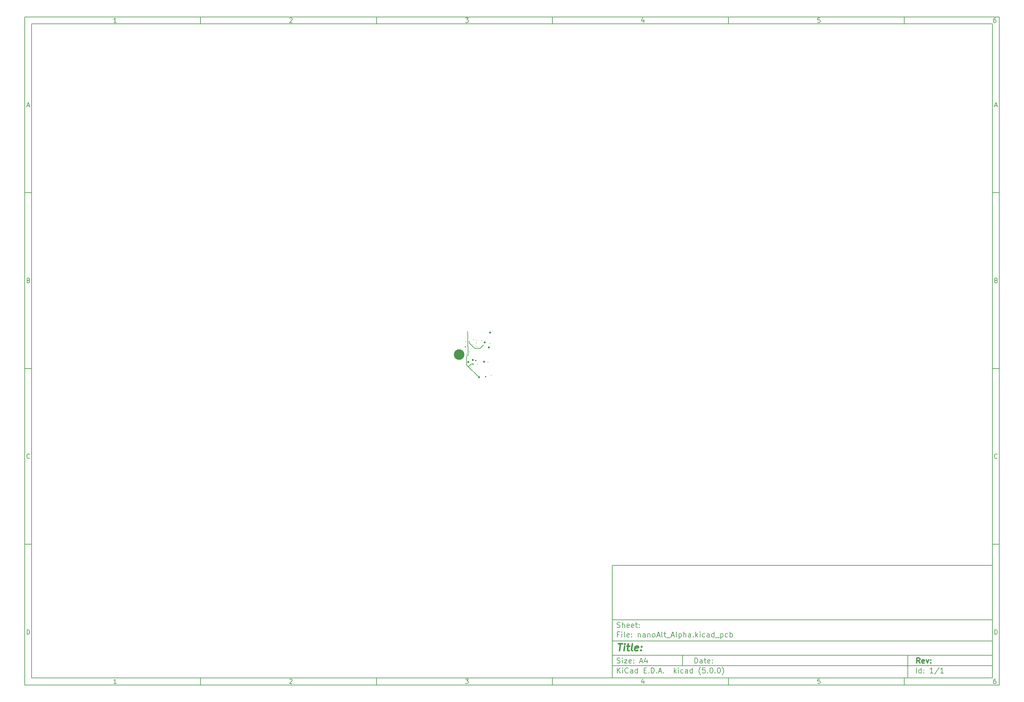
<source format=gbr>
G04 #@! TF.GenerationSoftware,KiCad,Pcbnew,(5.0.0)*
G04 #@! TF.CreationDate,2018-07-29T19:07:46+01:00*
G04 #@! TF.ProjectId,nanoAlt_Alpha,6E616E6F416C745F416C7068612E6B69,rev?*
G04 #@! TF.SameCoordinates,Original*
G04 #@! TF.FileFunction,Copper,L3,Inr,Signal*
G04 #@! TF.FilePolarity,Positive*
%FSLAX46Y46*%
G04 Gerber Fmt 4.6, Leading zero omitted, Abs format (unit mm)*
G04 Created by KiCad (PCBNEW (5.0.0)) date 07/29/18 19:07:46*
%MOMM*%
%LPD*%
G01*
G04 APERTURE LIST*
%ADD10C,0.100000*%
%ADD11C,0.150000*%
%ADD12C,0.300000*%
%ADD13C,0.400000*%
G04 #@! TA.AperFunction,ViaPad*
%ADD14C,0.600000*%
G04 #@! TD*
G04 #@! TA.AperFunction,ViaPad*
%ADD15C,3.000000*%
G04 #@! TD*
G04 #@! TA.AperFunction,ViaPad*
%ADD16C,0.330200*%
G04 #@! TD*
G04 #@! TA.AperFunction,ViaPad*
%ADD17C,0.400000*%
G04 #@! TD*
G04 #@! TA.AperFunction,ViaPad*
%ADD18C,0.355600*%
G04 #@! TD*
G04 #@! TA.AperFunction,Conductor*
%ADD19C,0.127000*%
G04 #@! TD*
G04 APERTURE END LIST*
D10*
D11*
X177002200Y-166007200D02*
X177002200Y-198007200D01*
X285002200Y-198007200D01*
X285002200Y-166007200D01*
X177002200Y-166007200D01*
D10*
D11*
X10000000Y-10000000D02*
X10000000Y-200007200D01*
X287002200Y-200007200D01*
X287002200Y-10000000D01*
X10000000Y-10000000D01*
D10*
D11*
X12000000Y-12000000D02*
X12000000Y-198007200D01*
X285002200Y-198007200D01*
X285002200Y-12000000D01*
X12000000Y-12000000D01*
D10*
D11*
X60000000Y-12000000D02*
X60000000Y-10000000D01*
D10*
D11*
X110000000Y-12000000D02*
X110000000Y-10000000D01*
D10*
D11*
X160000000Y-12000000D02*
X160000000Y-10000000D01*
D10*
D11*
X210000000Y-12000000D02*
X210000000Y-10000000D01*
D10*
D11*
X260000000Y-12000000D02*
X260000000Y-10000000D01*
D10*
D11*
X36065476Y-11588095D02*
X35322619Y-11588095D01*
X35694047Y-11588095D02*
X35694047Y-10288095D01*
X35570238Y-10473809D01*
X35446428Y-10597619D01*
X35322619Y-10659523D01*
D10*
D11*
X85322619Y-10411904D02*
X85384523Y-10350000D01*
X85508333Y-10288095D01*
X85817857Y-10288095D01*
X85941666Y-10350000D01*
X86003571Y-10411904D01*
X86065476Y-10535714D01*
X86065476Y-10659523D01*
X86003571Y-10845238D01*
X85260714Y-11588095D01*
X86065476Y-11588095D01*
D10*
D11*
X135260714Y-10288095D02*
X136065476Y-10288095D01*
X135632142Y-10783333D01*
X135817857Y-10783333D01*
X135941666Y-10845238D01*
X136003571Y-10907142D01*
X136065476Y-11030952D01*
X136065476Y-11340476D01*
X136003571Y-11464285D01*
X135941666Y-11526190D01*
X135817857Y-11588095D01*
X135446428Y-11588095D01*
X135322619Y-11526190D01*
X135260714Y-11464285D01*
D10*
D11*
X185941666Y-10721428D02*
X185941666Y-11588095D01*
X185632142Y-10226190D02*
X185322619Y-11154761D01*
X186127380Y-11154761D01*
D10*
D11*
X236003571Y-10288095D02*
X235384523Y-10288095D01*
X235322619Y-10907142D01*
X235384523Y-10845238D01*
X235508333Y-10783333D01*
X235817857Y-10783333D01*
X235941666Y-10845238D01*
X236003571Y-10907142D01*
X236065476Y-11030952D01*
X236065476Y-11340476D01*
X236003571Y-11464285D01*
X235941666Y-11526190D01*
X235817857Y-11588095D01*
X235508333Y-11588095D01*
X235384523Y-11526190D01*
X235322619Y-11464285D01*
D10*
D11*
X285941666Y-10288095D02*
X285694047Y-10288095D01*
X285570238Y-10350000D01*
X285508333Y-10411904D01*
X285384523Y-10597619D01*
X285322619Y-10845238D01*
X285322619Y-11340476D01*
X285384523Y-11464285D01*
X285446428Y-11526190D01*
X285570238Y-11588095D01*
X285817857Y-11588095D01*
X285941666Y-11526190D01*
X286003571Y-11464285D01*
X286065476Y-11340476D01*
X286065476Y-11030952D01*
X286003571Y-10907142D01*
X285941666Y-10845238D01*
X285817857Y-10783333D01*
X285570238Y-10783333D01*
X285446428Y-10845238D01*
X285384523Y-10907142D01*
X285322619Y-11030952D01*
D10*
D11*
X60000000Y-198007200D02*
X60000000Y-200007200D01*
D10*
D11*
X110000000Y-198007200D02*
X110000000Y-200007200D01*
D10*
D11*
X160000000Y-198007200D02*
X160000000Y-200007200D01*
D10*
D11*
X210000000Y-198007200D02*
X210000000Y-200007200D01*
D10*
D11*
X260000000Y-198007200D02*
X260000000Y-200007200D01*
D10*
D11*
X36065476Y-199595295D02*
X35322619Y-199595295D01*
X35694047Y-199595295D02*
X35694047Y-198295295D01*
X35570238Y-198481009D01*
X35446428Y-198604819D01*
X35322619Y-198666723D01*
D10*
D11*
X85322619Y-198419104D02*
X85384523Y-198357200D01*
X85508333Y-198295295D01*
X85817857Y-198295295D01*
X85941666Y-198357200D01*
X86003571Y-198419104D01*
X86065476Y-198542914D01*
X86065476Y-198666723D01*
X86003571Y-198852438D01*
X85260714Y-199595295D01*
X86065476Y-199595295D01*
D10*
D11*
X135260714Y-198295295D02*
X136065476Y-198295295D01*
X135632142Y-198790533D01*
X135817857Y-198790533D01*
X135941666Y-198852438D01*
X136003571Y-198914342D01*
X136065476Y-199038152D01*
X136065476Y-199347676D01*
X136003571Y-199471485D01*
X135941666Y-199533390D01*
X135817857Y-199595295D01*
X135446428Y-199595295D01*
X135322619Y-199533390D01*
X135260714Y-199471485D01*
D10*
D11*
X185941666Y-198728628D02*
X185941666Y-199595295D01*
X185632142Y-198233390D02*
X185322619Y-199161961D01*
X186127380Y-199161961D01*
D10*
D11*
X236003571Y-198295295D02*
X235384523Y-198295295D01*
X235322619Y-198914342D01*
X235384523Y-198852438D01*
X235508333Y-198790533D01*
X235817857Y-198790533D01*
X235941666Y-198852438D01*
X236003571Y-198914342D01*
X236065476Y-199038152D01*
X236065476Y-199347676D01*
X236003571Y-199471485D01*
X235941666Y-199533390D01*
X235817857Y-199595295D01*
X235508333Y-199595295D01*
X235384523Y-199533390D01*
X235322619Y-199471485D01*
D10*
D11*
X285941666Y-198295295D02*
X285694047Y-198295295D01*
X285570238Y-198357200D01*
X285508333Y-198419104D01*
X285384523Y-198604819D01*
X285322619Y-198852438D01*
X285322619Y-199347676D01*
X285384523Y-199471485D01*
X285446428Y-199533390D01*
X285570238Y-199595295D01*
X285817857Y-199595295D01*
X285941666Y-199533390D01*
X286003571Y-199471485D01*
X286065476Y-199347676D01*
X286065476Y-199038152D01*
X286003571Y-198914342D01*
X285941666Y-198852438D01*
X285817857Y-198790533D01*
X285570238Y-198790533D01*
X285446428Y-198852438D01*
X285384523Y-198914342D01*
X285322619Y-199038152D01*
D10*
D11*
X10000000Y-60000000D02*
X12000000Y-60000000D01*
D10*
D11*
X10000000Y-110000000D02*
X12000000Y-110000000D01*
D10*
D11*
X10000000Y-160000000D02*
X12000000Y-160000000D01*
D10*
D11*
X10690476Y-35216666D02*
X11309523Y-35216666D01*
X10566666Y-35588095D02*
X11000000Y-34288095D01*
X11433333Y-35588095D01*
D10*
D11*
X11092857Y-84907142D02*
X11278571Y-84969047D01*
X11340476Y-85030952D01*
X11402380Y-85154761D01*
X11402380Y-85340476D01*
X11340476Y-85464285D01*
X11278571Y-85526190D01*
X11154761Y-85588095D01*
X10659523Y-85588095D01*
X10659523Y-84288095D01*
X11092857Y-84288095D01*
X11216666Y-84350000D01*
X11278571Y-84411904D01*
X11340476Y-84535714D01*
X11340476Y-84659523D01*
X11278571Y-84783333D01*
X11216666Y-84845238D01*
X11092857Y-84907142D01*
X10659523Y-84907142D01*
D10*
D11*
X11402380Y-135464285D02*
X11340476Y-135526190D01*
X11154761Y-135588095D01*
X11030952Y-135588095D01*
X10845238Y-135526190D01*
X10721428Y-135402380D01*
X10659523Y-135278571D01*
X10597619Y-135030952D01*
X10597619Y-134845238D01*
X10659523Y-134597619D01*
X10721428Y-134473809D01*
X10845238Y-134350000D01*
X11030952Y-134288095D01*
X11154761Y-134288095D01*
X11340476Y-134350000D01*
X11402380Y-134411904D01*
D10*
D11*
X10659523Y-185588095D02*
X10659523Y-184288095D01*
X10969047Y-184288095D01*
X11154761Y-184350000D01*
X11278571Y-184473809D01*
X11340476Y-184597619D01*
X11402380Y-184845238D01*
X11402380Y-185030952D01*
X11340476Y-185278571D01*
X11278571Y-185402380D01*
X11154761Y-185526190D01*
X10969047Y-185588095D01*
X10659523Y-185588095D01*
D10*
D11*
X287002200Y-60000000D02*
X285002200Y-60000000D01*
D10*
D11*
X287002200Y-110000000D02*
X285002200Y-110000000D01*
D10*
D11*
X287002200Y-160000000D02*
X285002200Y-160000000D01*
D10*
D11*
X285692676Y-35216666D02*
X286311723Y-35216666D01*
X285568866Y-35588095D02*
X286002200Y-34288095D01*
X286435533Y-35588095D01*
D10*
D11*
X286095057Y-84907142D02*
X286280771Y-84969047D01*
X286342676Y-85030952D01*
X286404580Y-85154761D01*
X286404580Y-85340476D01*
X286342676Y-85464285D01*
X286280771Y-85526190D01*
X286156961Y-85588095D01*
X285661723Y-85588095D01*
X285661723Y-84288095D01*
X286095057Y-84288095D01*
X286218866Y-84350000D01*
X286280771Y-84411904D01*
X286342676Y-84535714D01*
X286342676Y-84659523D01*
X286280771Y-84783333D01*
X286218866Y-84845238D01*
X286095057Y-84907142D01*
X285661723Y-84907142D01*
D10*
D11*
X286404580Y-135464285D02*
X286342676Y-135526190D01*
X286156961Y-135588095D01*
X286033152Y-135588095D01*
X285847438Y-135526190D01*
X285723628Y-135402380D01*
X285661723Y-135278571D01*
X285599819Y-135030952D01*
X285599819Y-134845238D01*
X285661723Y-134597619D01*
X285723628Y-134473809D01*
X285847438Y-134350000D01*
X286033152Y-134288095D01*
X286156961Y-134288095D01*
X286342676Y-134350000D01*
X286404580Y-134411904D01*
D10*
D11*
X285661723Y-185588095D02*
X285661723Y-184288095D01*
X285971247Y-184288095D01*
X286156961Y-184350000D01*
X286280771Y-184473809D01*
X286342676Y-184597619D01*
X286404580Y-184845238D01*
X286404580Y-185030952D01*
X286342676Y-185278571D01*
X286280771Y-185402380D01*
X286156961Y-185526190D01*
X285971247Y-185588095D01*
X285661723Y-185588095D01*
D10*
D11*
X200434342Y-193785771D02*
X200434342Y-192285771D01*
X200791485Y-192285771D01*
X201005771Y-192357200D01*
X201148628Y-192500057D01*
X201220057Y-192642914D01*
X201291485Y-192928628D01*
X201291485Y-193142914D01*
X201220057Y-193428628D01*
X201148628Y-193571485D01*
X201005771Y-193714342D01*
X200791485Y-193785771D01*
X200434342Y-193785771D01*
X202577200Y-193785771D02*
X202577200Y-193000057D01*
X202505771Y-192857200D01*
X202362914Y-192785771D01*
X202077200Y-192785771D01*
X201934342Y-192857200D01*
X202577200Y-193714342D02*
X202434342Y-193785771D01*
X202077200Y-193785771D01*
X201934342Y-193714342D01*
X201862914Y-193571485D01*
X201862914Y-193428628D01*
X201934342Y-193285771D01*
X202077200Y-193214342D01*
X202434342Y-193214342D01*
X202577200Y-193142914D01*
X203077200Y-192785771D02*
X203648628Y-192785771D01*
X203291485Y-192285771D02*
X203291485Y-193571485D01*
X203362914Y-193714342D01*
X203505771Y-193785771D01*
X203648628Y-193785771D01*
X204720057Y-193714342D02*
X204577200Y-193785771D01*
X204291485Y-193785771D01*
X204148628Y-193714342D01*
X204077200Y-193571485D01*
X204077200Y-193000057D01*
X204148628Y-192857200D01*
X204291485Y-192785771D01*
X204577200Y-192785771D01*
X204720057Y-192857200D01*
X204791485Y-193000057D01*
X204791485Y-193142914D01*
X204077200Y-193285771D01*
X205434342Y-193642914D02*
X205505771Y-193714342D01*
X205434342Y-193785771D01*
X205362914Y-193714342D01*
X205434342Y-193642914D01*
X205434342Y-193785771D01*
X205434342Y-192857200D02*
X205505771Y-192928628D01*
X205434342Y-193000057D01*
X205362914Y-192928628D01*
X205434342Y-192857200D01*
X205434342Y-193000057D01*
D10*
D11*
X177002200Y-194507200D02*
X285002200Y-194507200D01*
D10*
D11*
X178434342Y-196585771D02*
X178434342Y-195085771D01*
X179291485Y-196585771D02*
X178648628Y-195728628D01*
X179291485Y-195085771D02*
X178434342Y-195942914D01*
X179934342Y-196585771D02*
X179934342Y-195585771D01*
X179934342Y-195085771D02*
X179862914Y-195157200D01*
X179934342Y-195228628D01*
X180005771Y-195157200D01*
X179934342Y-195085771D01*
X179934342Y-195228628D01*
X181505771Y-196442914D02*
X181434342Y-196514342D01*
X181220057Y-196585771D01*
X181077200Y-196585771D01*
X180862914Y-196514342D01*
X180720057Y-196371485D01*
X180648628Y-196228628D01*
X180577200Y-195942914D01*
X180577200Y-195728628D01*
X180648628Y-195442914D01*
X180720057Y-195300057D01*
X180862914Y-195157200D01*
X181077200Y-195085771D01*
X181220057Y-195085771D01*
X181434342Y-195157200D01*
X181505771Y-195228628D01*
X182791485Y-196585771D02*
X182791485Y-195800057D01*
X182720057Y-195657200D01*
X182577200Y-195585771D01*
X182291485Y-195585771D01*
X182148628Y-195657200D01*
X182791485Y-196514342D02*
X182648628Y-196585771D01*
X182291485Y-196585771D01*
X182148628Y-196514342D01*
X182077200Y-196371485D01*
X182077200Y-196228628D01*
X182148628Y-196085771D01*
X182291485Y-196014342D01*
X182648628Y-196014342D01*
X182791485Y-195942914D01*
X184148628Y-196585771D02*
X184148628Y-195085771D01*
X184148628Y-196514342D02*
X184005771Y-196585771D01*
X183720057Y-196585771D01*
X183577200Y-196514342D01*
X183505771Y-196442914D01*
X183434342Y-196300057D01*
X183434342Y-195871485D01*
X183505771Y-195728628D01*
X183577200Y-195657200D01*
X183720057Y-195585771D01*
X184005771Y-195585771D01*
X184148628Y-195657200D01*
X186005771Y-195800057D02*
X186505771Y-195800057D01*
X186720057Y-196585771D02*
X186005771Y-196585771D01*
X186005771Y-195085771D01*
X186720057Y-195085771D01*
X187362914Y-196442914D02*
X187434342Y-196514342D01*
X187362914Y-196585771D01*
X187291485Y-196514342D01*
X187362914Y-196442914D01*
X187362914Y-196585771D01*
X188077200Y-196585771D02*
X188077200Y-195085771D01*
X188434342Y-195085771D01*
X188648628Y-195157200D01*
X188791485Y-195300057D01*
X188862914Y-195442914D01*
X188934342Y-195728628D01*
X188934342Y-195942914D01*
X188862914Y-196228628D01*
X188791485Y-196371485D01*
X188648628Y-196514342D01*
X188434342Y-196585771D01*
X188077200Y-196585771D01*
X189577200Y-196442914D02*
X189648628Y-196514342D01*
X189577200Y-196585771D01*
X189505771Y-196514342D01*
X189577200Y-196442914D01*
X189577200Y-196585771D01*
X190220057Y-196157200D02*
X190934342Y-196157200D01*
X190077200Y-196585771D02*
X190577200Y-195085771D01*
X191077200Y-196585771D01*
X191577200Y-196442914D02*
X191648628Y-196514342D01*
X191577200Y-196585771D01*
X191505771Y-196514342D01*
X191577200Y-196442914D01*
X191577200Y-196585771D01*
X194577200Y-196585771D02*
X194577200Y-195085771D01*
X194720057Y-196014342D02*
X195148628Y-196585771D01*
X195148628Y-195585771D02*
X194577200Y-196157200D01*
X195791485Y-196585771D02*
X195791485Y-195585771D01*
X195791485Y-195085771D02*
X195720057Y-195157200D01*
X195791485Y-195228628D01*
X195862914Y-195157200D01*
X195791485Y-195085771D01*
X195791485Y-195228628D01*
X197148628Y-196514342D02*
X197005771Y-196585771D01*
X196720057Y-196585771D01*
X196577200Y-196514342D01*
X196505771Y-196442914D01*
X196434342Y-196300057D01*
X196434342Y-195871485D01*
X196505771Y-195728628D01*
X196577200Y-195657200D01*
X196720057Y-195585771D01*
X197005771Y-195585771D01*
X197148628Y-195657200D01*
X198434342Y-196585771D02*
X198434342Y-195800057D01*
X198362914Y-195657200D01*
X198220057Y-195585771D01*
X197934342Y-195585771D01*
X197791485Y-195657200D01*
X198434342Y-196514342D02*
X198291485Y-196585771D01*
X197934342Y-196585771D01*
X197791485Y-196514342D01*
X197720057Y-196371485D01*
X197720057Y-196228628D01*
X197791485Y-196085771D01*
X197934342Y-196014342D01*
X198291485Y-196014342D01*
X198434342Y-195942914D01*
X199791485Y-196585771D02*
X199791485Y-195085771D01*
X199791485Y-196514342D02*
X199648628Y-196585771D01*
X199362914Y-196585771D01*
X199220057Y-196514342D01*
X199148628Y-196442914D01*
X199077200Y-196300057D01*
X199077200Y-195871485D01*
X199148628Y-195728628D01*
X199220057Y-195657200D01*
X199362914Y-195585771D01*
X199648628Y-195585771D01*
X199791485Y-195657200D01*
X202077200Y-197157200D02*
X202005771Y-197085771D01*
X201862914Y-196871485D01*
X201791485Y-196728628D01*
X201720057Y-196514342D01*
X201648628Y-196157200D01*
X201648628Y-195871485D01*
X201720057Y-195514342D01*
X201791485Y-195300057D01*
X201862914Y-195157200D01*
X202005771Y-194942914D01*
X202077200Y-194871485D01*
X203362914Y-195085771D02*
X202648628Y-195085771D01*
X202577200Y-195800057D01*
X202648628Y-195728628D01*
X202791485Y-195657200D01*
X203148628Y-195657200D01*
X203291485Y-195728628D01*
X203362914Y-195800057D01*
X203434342Y-195942914D01*
X203434342Y-196300057D01*
X203362914Y-196442914D01*
X203291485Y-196514342D01*
X203148628Y-196585771D01*
X202791485Y-196585771D01*
X202648628Y-196514342D01*
X202577200Y-196442914D01*
X204077200Y-196442914D02*
X204148628Y-196514342D01*
X204077200Y-196585771D01*
X204005771Y-196514342D01*
X204077200Y-196442914D01*
X204077200Y-196585771D01*
X205077200Y-195085771D02*
X205220057Y-195085771D01*
X205362914Y-195157200D01*
X205434342Y-195228628D01*
X205505771Y-195371485D01*
X205577200Y-195657200D01*
X205577200Y-196014342D01*
X205505771Y-196300057D01*
X205434342Y-196442914D01*
X205362914Y-196514342D01*
X205220057Y-196585771D01*
X205077200Y-196585771D01*
X204934342Y-196514342D01*
X204862914Y-196442914D01*
X204791485Y-196300057D01*
X204720057Y-196014342D01*
X204720057Y-195657200D01*
X204791485Y-195371485D01*
X204862914Y-195228628D01*
X204934342Y-195157200D01*
X205077200Y-195085771D01*
X206220057Y-196442914D02*
X206291485Y-196514342D01*
X206220057Y-196585771D01*
X206148628Y-196514342D01*
X206220057Y-196442914D01*
X206220057Y-196585771D01*
X207220057Y-195085771D02*
X207362914Y-195085771D01*
X207505771Y-195157200D01*
X207577200Y-195228628D01*
X207648628Y-195371485D01*
X207720057Y-195657200D01*
X207720057Y-196014342D01*
X207648628Y-196300057D01*
X207577200Y-196442914D01*
X207505771Y-196514342D01*
X207362914Y-196585771D01*
X207220057Y-196585771D01*
X207077200Y-196514342D01*
X207005771Y-196442914D01*
X206934342Y-196300057D01*
X206862914Y-196014342D01*
X206862914Y-195657200D01*
X206934342Y-195371485D01*
X207005771Y-195228628D01*
X207077200Y-195157200D01*
X207220057Y-195085771D01*
X208220057Y-197157200D02*
X208291485Y-197085771D01*
X208434342Y-196871485D01*
X208505771Y-196728628D01*
X208577200Y-196514342D01*
X208648628Y-196157200D01*
X208648628Y-195871485D01*
X208577200Y-195514342D01*
X208505771Y-195300057D01*
X208434342Y-195157200D01*
X208291485Y-194942914D01*
X208220057Y-194871485D01*
D10*
D11*
X177002200Y-191507200D02*
X285002200Y-191507200D01*
D10*
D12*
X264411485Y-193785771D02*
X263911485Y-193071485D01*
X263554342Y-193785771D02*
X263554342Y-192285771D01*
X264125771Y-192285771D01*
X264268628Y-192357200D01*
X264340057Y-192428628D01*
X264411485Y-192571485D01*
X264411485Y-192785771D01*
X264340057Y-192928628D01*
X264268628Y-193000057D01*
X264125771Y-193071485D01*
X263554342Y-193071485D01*
X265625771Y-193714342D02*
X265482914Y-193785771D01*
X265197200Y-193785771D01*
X265054342Y-193714342D01*
X264982914Y-193571485D01*
X264982914Y-193000057D01*
X265054342Y-192857200D01*
X265197200Y-192785771D01*
X265482914Y-192785771D01*
X265625771Y-192857200D01*
X265697200Y-193000057D01*
X265697200Y-193142914D01*
X264982914Y-193285771D01*
X266197200Y-192785771D02*
X266554342Y-193785771D01*
X266911485Y-192785771D01*
X267482914Y-193642914D02*
X267554342Y-193714342D01*
X267482914Y-193785771D01*
X267411485Y-193714342D01*
X267482914Y-193642914D01*
X267482914Y-193785771D01*
X267482914Y-192857200D02*
X267554342Y-192928628D01*
X267482914Y-193000057D01*
X267411485Y-192928628D01*
X267482914Y-192857200D01*
X267482914Y-193000057D01*
D10*
D11*
X178362914Y-193714342D02*
X178577200Y-193785771D01*
X178934342Y-193785771D01*
X179077200Y-193714342D01*
X179148628Y-193642914D01*
X179220057Y-193500057D01*
X179220057Y-193357200D01*
X179148628Y-193214342D01*
X179077200Y-193142914D01*
X178934342Y-193071485D01*
X178648628Y-193000057D01*
X178505771Y-192928628D01*
X178434342Y-192857200D01*
X178362914Y-192714342D01*
X178362914Y-192571485D01*
X178434342Y-192428628D01*
X178505771Y-192357200D01*
X178648628Y-192285771D01*
X179005771Y-192285771D01*
X179220057Y-192357200D01*
X179862914Y-193785771D02*
X179862914Y-192785771D01*
X179862914Y-192285771D02*
X179791485Y-192357200D01*
X179862914Y-192428628D01*
X179934342Y-192357200D01*
X179862914Y-192285771D01*
X179862914Y-192428628D01*
X180434342Y-192785771D02*
X181220057Y-192785771D01*
X180434342Y-193785771D01*
X181220057Y-193785771D01*
X182362914Y-193714342D02*
X182220057Y-193785771D01*
X181934342Y-193785771D01*
X181791485Y-193714342D01*
X181720057Y-193571485D01*
X181720057Y-193000057D01*
X181791485Y-192857200D01*
X181934342Y-192785771D01*
X182220057Y-192785771D01*
X182362914Y-192857200D01*
X182434342Y-193000057D01*
X182434342Y-193142914D01*
X181720057Y-193285771D01*
X183077200Y-193642914D02*
X183148628Y-193714342D01*
X183077200Y-193785771D01*
X183005771Y-193714342D01*
X183077200Y-193642914D01*
X183077200Y-193785771D01*
X183077200Y-192857200D02*
X183148628Y-192928628D01*
X183077200Y-193000057D01*
X183005771Y-192928628D01*
X183077200Y-192857200D01*
X183077200Y-193000057D01*
X184862914Y-193357200D02*
X185577200Y-193357200D01*
X184720057Y-193785771D02*
X185220057Y-192285771D01*
X185720057Y-193785771D01*
X186862914Y-192785771D02*
X186862914Y-193785771D01*
X186505771Y-192214342D02*
X186148628Y-193285771D01*
X187077200Y-193285771D01*
D10*
D11*
X263434342Y-196585771D02*
X263434342Y-195085771D01*
X264791485Y-196585771D02*
X264791485Y-195085771D01*
X264791485Y-196514342D02*
X264648628Y-196585771D01*
X264362914Y-196585771D01*
X264220057Y-196514342D01*
X264148628Y-196442914D01*
X264077200Y-196300057D01*
X264077200Y-195871485D01*
X264148628Y-195728628D01*
X264220057Y-195657200D01*
X264362914Y-195585771D01*
X264648628Y-195585771D01*
X264791485Y-195657200D01*
X265505771Y-196442914D02*
X265577200Y-196514342D01*
X265505771Y-196585771D01*
X265434342Y-196514342D01*
X265505771Y-196442914D01*
X265505771Y-196585771D01*
X265505771Y-195657200D02*
X265577200Y-195728628D01*
X265505771Y-195800057D01*
X265434342Y-195728628D01*
X265505771Y-195657200D01*
X265505771Y-195800057D01*
X268148628Y-196585771D02*
X267291485Y-196585771D01*
X267720057Y-196585771D02*
X267720057Y-195085771D01*
X267577200Y-195300057D01*
X267434342Y-195442914D01*
X267291485Y-195514342D01*
X269862914Y-195014342D02*
X268577200Y-196942914D01*
X271148628Y-196585771D02*
X270291485Y-196585771D01*
X270720057Y-196585771D02*
X270720057Y-195085771D01*
X270577200Y-195300057D01*
X270434342Y-195442914D01*
X270291485Y-195514342D01*
D10*
D11*
X177002200Y-187507200D02*
X285002200Y-187507200D01*
D10*
D13*
X178714580Y-188211961D02*
X179857438Y-188211961D01*
X179036009Y-190211961D02*
X179286009Y-188211961D01*
X180274104Y-190211961D02*
X180440771Y-188878628D01*
X180524104Y-188211961D02*
X180416961Y-188307200D01*
X180500295Y-188402438D01*
X180607438Y-188307200D01*
X180524104Y-188211961D01*
X180500295Y-188402438D01*
X181107438Y-188878628D02*
X181869342Y-188878628D01*
X181476485Y-188211961D02*
X181262200Y-189926247D01*
X181333628Y-190116723D01*
X181512200Y-190211961D01*
X181702676Y-190211961D01*
X182655057Y-190211961D02*
X182476485Y-190116723D01*
X182405057Y-189926247D01*
X182619342Y-188211961D01*
X184190771Y-190116723D02*
X183988390Y-190211961D01*
X183607438Y-190211961D01*
X183428866Y-190116723D01*
X183357438Y-189926247D01*
X183452676Y-189164342D01*
X183571723Y-188973866D01*
X183774104Y-188878628D01*
X184155057Y-188878628D01*
X184333628Y-188973866D01*
X184405057Y-189164342D01*
X184381247Y-189354819D01*
X183405057Y-189545295D01*
X185155057Y-190021485D02*
X185238390Y-190116723D01*
X185131247Y-190211961D01*
X185047914Y-190116723D01*
X185155057Y-190021485D01*
X185131247Y-190211961D01*
X185286009Y-188973866D02*
X185369342Y-189069104D01*
X185262200Y-189164342D01*
X185178866Y-189069104D01*
X185286009Y-188973866D01*
X185262200Y-189164342D01*
D10*
D11*
X178934342Y-185600057D02*
X178434342Y-185600057D01*
X178434342Y-186385771D02*
X178434342Y-184885771D01*
X179148628Y-184885771D01*
X179720057Y-186385771D02*
X179720057Y-185385771D01*
X179720057Y-184885771D02*
X179648628Y-184957200D01*
X179720057Y-185028628D01*
X179791485Y-184957200D01*
X179720057Y-184885771D01*
X179720057Y-185028628D01*
X180648628Y-186385771D02*
X180505771Y-186314342D01*
X180434342Y-186171485D01*
X180434342Y-184885771D01*
X181791485Y-186314342D02*
X181648628Y-186385771D01*
X181362914Y-186385771D01*
X181220057Y-186314342D01*
X181148628Y-186171485D01*
X181148628Y-185600057D01*
X181220057Y-185457200D01*
X181362914Y-185385771D01*
X181648628Y-185385771D01*
X181791485Y-185457200D01*
X181862914Y-185600057D01*
X181862914Y-185742914D01*
X181148628Y-185885771D01*
X182505771Y-186242914D02*
X182577200Y-186314342D01*
X182505771Y-186385771D01*
X182434342Y-186314342D01*
X182505771Y-186242914D01*
X182505771Y-186385771D01*
X182505771Y-185457200D02*
X182577200Y-185528628D01*
X182505771Y-185600057D01*
X182434342Y-185528628D01*
X182505771Y-185457200D01*
X182505771Y-185600057D01*
X184362914Y-185385771D02*
X184362914Y-186385771D01*
X184362914Y-185528628D02*
X184434342Y-185457200D01*
X184577200Y-185385771D01*
X184791485Y-185385771D01*
X184934342Y-185457200D01*
X185005771Y-185600057D01*
X185005771Y-186385771D01*
X186362914Y-186385771D02*
X186362914Y-185600057D01*
X186291485Y-185457200D01*
X186148628Y-185385771D01*
X185862914Y-185385771D01*
X185720057Y-185457200D01*
X186362914Y-186314342D02*
X186220057Y-186385771D01*
X185862914Y-186385771D01*
X185720057Y-186314342D01*
X185648628Y-186171485D01*
X185648628Y-186028628D01*
X185720057Y-185885771D01*
X185862914Y-185814342D01*
X186220057Y-185814342D01*
X186362914Y-185742914D01*
X187077200Y-185385771D02*
X187077200Y-186385771D01*
X187077200Y-185528628D02*
X187148628Y-185457200D01*
X187291485Y-185385771D01*
X187505771Y-185385771D01*
X187648628Y-185457200D01*
X187720057Y-185600057D01*
X187720057Y-186385771D01*
X188648628Y-186385771D02*
X188505771Y-186314342D01*
X188434342Y-186242914D01*
X188362914Y-186100057D01*
X188362914Y-185671485D01*
X188434342Y-185528628D01*
X188505771Y-185457200D01*
X188648628Y-185385771D01*
X188862914Y-185385771D01*
X189005771Y-185457200D01*
X189077200Y-185528628D01*
X189148628Y-185671485D01*
X189148628Y-186100057D01*
X189077200Y-186242914D01*
X189005771Y-186314342D01*
X188862914Y-186385771D01*
X188648628Y-186385771D01*
X189720057Y-185957200D02*
X190434342Y-185957200D01*
X189577200Y-186385771D02*
X190077200Y-184885771D01*
X190577200Y-186385771D01*
X191291485Y-186385771D02*
X191148628Y-186314342D01*
X191077200Y-186171485D01*
X191077200Y-184885771D01*
X191648628Y-185385771D02*
X192220057Y-185385771D01*
X191862914Y-184885771D02*
X191862914Y-186171485D01*
X191934342Y-186314342D01*
X192077200Y-186385771D01*
X192220057Y-186385771D01*
X192362914Y-186528628D02*
X193505771Y-186528628D01*
X193791485Y-185957200D02*
X194505771Y-185957200D01*
X193648628Y-186385771D02*
X194148628Y-184885771D01*
X194648628Y-186385771D01*
X195362914Y-186385771D02*
X195220057Y-186314342D01*
X195148628Y-186171485D01*
X195148628Y-184885771D01*
X195934342Y-185385771D02*
X195934342Y-186885771D01*
X195934342Y-185457200D02*
X196077200Y-185385771D01*
X196362914Y-185385771D01*
X196505771Y-185457200D01*
X196577200Y-185528628D01*
X196648628Y-185671485D01*
X196648628Y-186100057D01*
X196577200Y-186242914D01*
X196505771Y-186314342D01*
X196362914Y-186385771D01*
X196077200Y-186385771D01*
X195934342Y-186314342D01*
X197291485Y-186385771D02*
X197291485Y-184885771D01*
X197934342Y-186385771D02*
X197934342Y-185600057D01*
X197862914Y-185457200D01*
X197720057Y-185385771D01*
X197505771Y-185385771D01*
X197362914Y-185457200D01*
X197291485Y-185528628D01*
X199291485Y-186385771D02*
X199291485Y-185600057D01*
X199220057Y-185457200D01*
X199077200Y-185385771D01*
X198791485Y-185385771D01*
X198648628Y-185457200D01*
X199291485Y-186314342D02*
X199148628Y-186385771D01*
X198791485Y-186385771D01*
X198648628Y-186314342D01*
X198577200Y-186171485D01*
X198577200Y-186028628D01*
X198648628Y-185885771D01*
X198791485Y-185814342D01*
X199148628Y-185814342D01*
X199291485Y-185742914D01*
X200005771Y-186242914D02*
X200077200Y-186314342D01*
X200005771Y-186385771D01*
X199934342Y-186314342D01*
X200005771Y-186242914D01*
X200005771Y-186385771D01*
X200720057Y-186385771D02*
X200720057Y-184885771D01*
X200862914Y-185814342D02*
X201291485Y-186385771D01*
X201291485Y-185385771D02*
X200720057Y-185957200D01*
X201934342Y-186385771D02*
X201934342Y-185385771D01*
X201934342Y-184885771D02*
X201862914Y-184957200D01*
X201934342Y-185028628D01*
X202005771Y-184957200D01*
X201934342Y-184885771D01*
X201934342Y-185028628D01*
X203291485Y-186314342D02*
X203148628Y-186385771D01*
X202862914Y-186385771D01*
X202720057Y-186314342D01*
X202648628Y-186242914D01*
X202577200Y-186100057D01*
X202577200Y-185671485D01*
X202648628Y-185528628D01*
X202720057Y-185457200D01*
X202862914Y-185385771D01*
X203148628Y-185385771D01*
X203291485Y-185457200D01*
X204577200Y-186385771D02*
X204577200Y-185600057D01*
X204505771Y-185457200D01*
X204362914Y-185385771D01*
X204077200Y-185385771D01*
X203934342Y-185457200D01*
X204577200Y-186314342D02*
X204434342Y-186385771D01*
X204077200Y-186385771D01*
X203934342Y-186314342D01*
X203862914Y-186171485D01*
X203862914Y-186028628D01*
X203934342Y-185885771D01*
X204077200Y-185814342D01*
X204434342Y-185814342D01*
X204577200Y-185742914D01*
X205934342Y-186385771D02*
X205934342Y-184885771D01*
X205934342Y-186314342D02*
X205791485Y-186385771D01*
X205505771Y-186385771D01*
X205362914Y-186314342D01*
X205291485Y-186242914D01*
X205220057Y-186100057D01*
X205220057Y-185671485D01*
X205291485Y-185528628D01*
X205362914Y-185457200D01*
X205505771Y-185385771D01*
X205791485Y-185385771D01*
X205934342Y-185457200D01*
X206291485Y-186528628D02*
X207434342Y-186528628D01*
X207791485Y-185385771D02*
X207791485Y-186885771D01*
X207791485Y-185457200D02*
X207934342Y-185385771D01*
X208220057Y-185385771D01*
X208362914Y-185457200D01*
X208434342Y-185528628D01*
X208505771Y-185671485D01*
X208505771Y-186100057D01*
X208434342Y-186242914D01*
X208362914Y-186314342D01*
X208220057Y-186385771D01*
X207934342Y-186385771D01*
X207791485Y-186314342D01*
X209791485Y-186314342D02*
X209648628Y-186385771D01*
X209362914Y-186385771D01*
X209220057Y-186314342D01*
X209148628Y-186242914D01*
X209077200Y-186100057D01*
X209077200Y-185671485D01*
X209148628Y-185528628D01*
X209220057Y-185457200D01*
X209362914Y-185385771D01*
X209648628Y-185385771D01*
X209791485Y-185457200D01*
X210434342Y-186385771D02*
X210434342Y-184885771D01*
X210434342Y-185457200D02*
X210577200Y-185385771D01*
X210862914Y-185385771D01*
X211005771Y-185457200D01*
X211077200Y-185528628D01*
X211148628Y-185671485D01*
X211148628Y-186100057D01*
X211077200Y-186242914D01*
X211005771Y-186314342D01*
X210862914Y-186385771D01*
X210577200Y-186385771D01*
X210434342Y-186314342D01*
D10*
D11*
X177002200Y-181507200D02*
X285002200Y-181507200D01*
D10*
D11*
X178362914Y-183614342D02*
X178577200Y-183685771D01*
X178934342Y-183685771D01*
X179077200Y-183614342D01*
X179148628Y-183542914D01*
X179220057Y-183400057D01*
X179220057Y-183257200D01*
X179148628Y-183114342D01*
X179077200Y-183042914D01*
X178934342Y-182971485D01*
X178648628Y-182900057D01*
X178505771Y-182828628D01*
X178434342Y-182757200D01*
X178362914Y-182614342D01*
X178362914Y-182471485D01*
X178434342Y-182328628D01*
X178505771Y-182257200D01*
X178648628Y-182185771D01*
X179005771Y-182185771D01*
X179220057Y-182257200D01*
X179862914Y-183685771D02*
X179862914Y-182185771D01*
X180505771Y-183685771D02*
X180505771Y-182900057D01*
X180434342Y-182757200D01*
X180291485Y-182685771D01*
X180077200Y-182685771D01*
X179934342Y-182757200D01*
X179862914Y-182828628D01*
X181791485Y-183614342D02*
X181648628Y-183685771D01*
X181362914Y-183685771D01*
X181220057Y-183614342D01*
X181148628Y-183471485D01*
X181148628Y-182900057D01*
X181220057Y-182757200D01*
X181362914Y-182685771D01*
X181648628Y-182685771D01*
X181791485Y-182757200D01*
X181862914Y-182900057D01*
X181862914Y-183042914D01*
X181148628Y-183185771D01*
X183077200Y-183614342D02*
X182934342Y-183685771D01*
X182648628Y-183685771D01*
X182505771Y-183614342D01*
X182434342Y-183471485D01*
X182434342Y-182900057D01*
X182505771Y-182757200D01*
X182648628Y-182685771D01*
X182934342Y-182685771D01*
X183077200Y-182757200D01*
X183148628Y-182900057D01*
X183148628Y-183042914D01*
X182434342Y-183185771D01*
X183577200Y-182685771D02*
X184148628Y-182685771D01*
X183791485Y-182185771D02*
X183791485Y-183471485D01*
X183862914Y-183614342D01*
X184005771Y-183685771D01*
X184148628Y-183685771D01*
X184648628Y-183542914D02*
X184720057Y-183614342D01*
X184648628Y-183685771D01*
X184577200Y-183614342D01*
X184648628Y-183542914D01*
X184648628Y-183685771D01*
X184648628Y-182757200D02*
X184720057Y-182828628D01*
X184648628Y-182900057D01*
X184577200Y-182828628D01*
X184648628Y-182757200D01*
X184648628Y-182900057D01*
D10*
D11*
X197002200Y-191507200D02*
X197002200Y-194507200D01*
D10*
D11*
X261002200Y-191507200D02*
X261002200Y-198007200D01*
D14*
G04 #@! TO.N,GND*
G04 #@! TO.C,V\002A\002A*
X140550000Y-108100000D03*
G04 #@! TD*
G04 #@! TO.N,GND*
G04 #@! TO.C,V\002A\002A*
X141930000Y-103960000D03*
G04 #@! TD*
G04 #@! TO.N,GND*
G04 #@! TO.C,V\002A\002A*
X140770000Y-102560000D03*
G04 #@! TD*
G04 #@! TO.N,GND*
G04 #@! TO.C,V\002A\002A*
X137360000Y-107580000D03*
G04 #@! TD*
G04 #@! TO.N,GND*
G04 #@! TO.C,V\002A\002A*
X136120000Y-108180000D03*
G04 #@! TD*
G04 #@! TO.N,GND*
G04 #@! TO.C,V\002A\002A*
X142250000Y-99800000D03*
G04 #@! TD*
D15*
G04 #@! TO.N,N/C*
G04 #@! TO.C,INTEGRATE*
X133500000Y-106000000D03*
G04 #@! TD*
D16*
G04 #@! TO.N,GND*
X137580000Y-101810000D03*
X139807472Y-102058307D03*
G04 #@! TO.N,+BATT*
X142650000Y-111950000D03*
X136384920Y-105266090D03*
X142200000Y-102900000D03*
X135450002Y-102300000D03*
G04 #@! TO.N,/MOSI*
X137450000Y-103260000D03*
X138384852Y-102059705D03*
D17*
X140970000Y-112299999D03*
X138176000Y-107696000D03*
D18*
G04 #@! TO.N,/SCL*
X135250000Y-103850000D03*
D16*
X138658990Y-108740000D03*
X141700000Y-108270000D03*
X138340000Y-103640000D03*
D14*
G04 #@! TO.N,/RST*
X139150000Y-112500000D03*
D16*
X135820000Y-99540000D03*
D17*
X137414000Y-108712000D03*
D16*
G04 #@! TO.N,/MISO*
X135590000Y-105980000D03*
X138384852Y-102709705D03*
G04 #@! TO.N,Net-(R4-Pad2)*
X136331918Y-102268681D03*
X140370000Y-103350000D03*
G04 #@! TD*
D19*
G04 #@! TO.N,/RST*
X138850001Y-112200001D02*
X139150000Y-112500000D01*
X135820000Y-99540000D02*
X135820000Y-99773486D01*
X135971001Y-103671001D02*
X135971001Y-106162881D01*
X135950917Y-103650917D02*
X135971001Y-103671001D01*
X135971001Y-106162881D02*
X135604099Y-106529783D01*
X135950917Y-99904403D02*
X135950917Y-103650917D01*
X135820000Y-99773486D02*
X135950917Y-99904403D01*
X135604099Y-106529783D02*
X135604099Y-108954099D01*
X136886000Y-108712000D02*
X136124000Y-109474000D01*
X137414000Y-108712000D02*
X136886000Y-108712000D01*
X135604099Y-108954099D02*
X136124000Y-109474000D01*
X136124000Y-109474000D02*
X138850001Y-112200001D01*
G04 #@! TO.N,Net-(R4-Pad2)*
X136331918Y-102502167D02*
X136331918Y-102268681D01*
X139490000Y-104230000D02*
X137856118Y-104230000D01*
X140370000Y-103350000D02*
X139490000Y-104230000D01*
X137856118Y-104230000D02*
X136331918Y-102705800D01*
X136331918Y-102705800D02*
X136331918Y-102502167D01*
G04 #@! TD*
M02*

</source>
